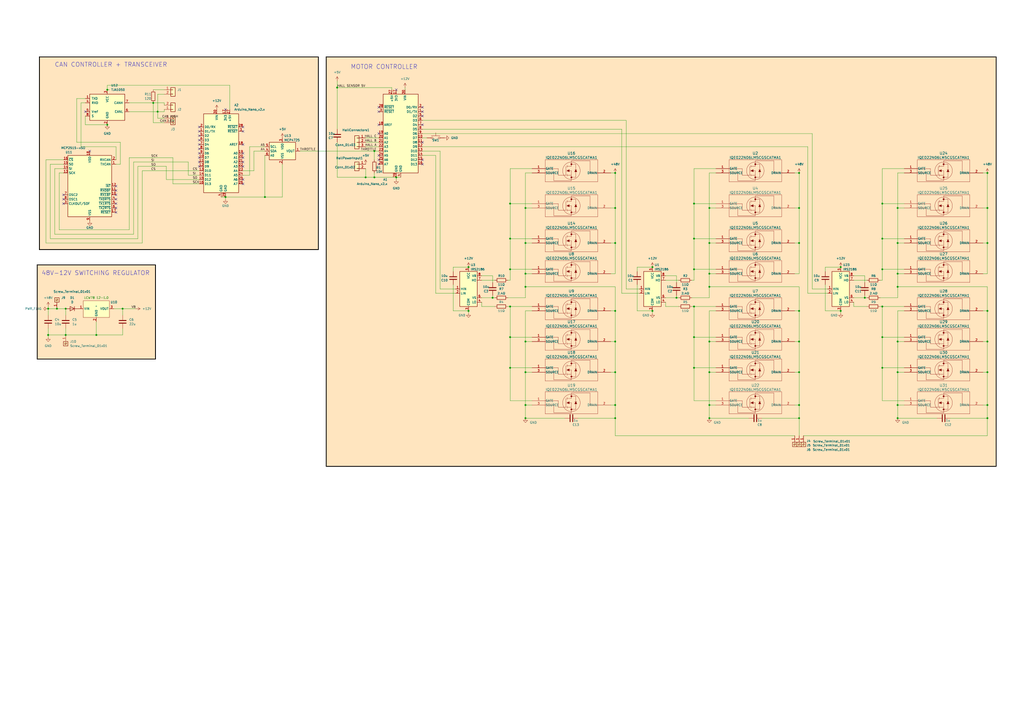
<source format=kicad_sch>
(kicad_sch (version 20231120) (generator "eeschema") (generator_version "8.0")
  (paper "A2")
  (title_block (title "URBAN MOTOR CONTROLLER") (company "UBC SUPERMILEAGE"))
  (junction (at 62.23 72.39))
  (junction (at 572.77 234.95))
  (junction (at 402.59 156.21))
  (junction (at 55.88 194.31))
  (junction (at 511.81 213.36))
  (junction (at 487.68 180.34))
  (junction (at 304.8 242.57))
  (junction (at 402.59 177.8))
  (junction (at 304.8 120.65))
  (junction (at 130.81 114.3))
  (junction (at 38.1 179.07))
  (junction (at 295.91 195.58))
  (junction (at 411.48 158.75))
  (junction (at 520.7 120.65))
  (junction (at 411.48 120.65))
  (junction (at 411.48 242.57))
  (junction (at 572.77 100.33))
  (junction (at 572.77 120.65))
  (junction (at 572.77 140.97))
  (junction (at 71.12 179.07))
  (junction (at 572.77 180.34))
  (junction (at 295.91 138.43))
  (junction (at 402.59 195.58))
  (junction (at 295.91 177.8))
  (junction (at 271.78 180.34))
  (junction (at 572.77 215.9))
  (junction (at 62.23 52.07))
  (junction (at 463.55 120.65))
  (junction (at 88.9 59.69))
  (junction (at 304.8 158.75))
  (junction (at 356.87 198.12))
  (junction (at 520.7 198.12))
  (junction (at 501.65 172.72))
  (junction (at 212.09 102.87))
  (junction (at 356.87 140.97))
  (junction (at 295.91 213.36))
  (junction (at 520.7 215.9))
  (junction (at 463.55 234.95))
  (junction (at 572.77 242.57))
  (junction (at 463.55 198.12))
  (junction (at 304.8 140.97))
  (junction (at 356.87 234.95))
  (junction (at 33.02 179.07))
  (junction (at 217.17 102.87))
  (junction (at 463.55 242.57))
  (junction (at 356.87 242.57))
  (junction (at 511.81 156.21))
  (junction (at 411.48 234.95))
  (junction (at 271.78 154.94))
  (junction (at 411.48 166.37))
  (junction (at 402.59 213.36))
  (junction (at 356.87 120.65))
  (junction (at 304.8 198.12))
  (junction (at 411.48 198.12))
  (junction (at 356.87 180.34))
  (junction (at 195.58 50.8))
  (junction (at 304.8 215.9))
  (junction (at 402.59 118.11))
  (junction (at 402.59 138.43))
  (junction (at 572.77 198.12))
  (junction (at 38.1 194.31))
  (junction (at 27.94 179.07))
  (junction (at 411.48 140.97))
  (junction (at 91.44 64.77))
  (junction (at 217.17 87.63))
  (junction (at 411.48 215.9))
  (junction (at 356.87 100.33))
  (junction (at 520.7 242.57))
  (junction (at 295.91 118.11))
  (junction (at 285.75 172.72))
  (junction (at 463.55 140.97))
  (junction (at 520.7 158.75))
  (junction (at 304.8 234.95))
  (junction (at 378.46 154.94))
  (junction (at 463.55 215.9))
  (junction (at 487.68 154.94))
  (junction (at 511.81 138.43))
  (junction (at 304.8 166.37))
  (junction (at 520.7 166.37))
  (junction (at 520.7 140.97))
  (junction (at 27.94 194.31))
  (junction (at 511.81 195.58))
  (junction (at 520.7 234.95))
  (junction (at 295.91 156.21))
  (junction (at 463.55 180.34))
  (junction (at 378.46 180.34))
  (junction (at 392.43 172.72))
  (junction (at 463.55 100.33))
  (junction (at 511.81 118.11))
  (junction (at 229.87 102.87))
  (junction (at 153.67 114.3))
  (junction (at 511.81 177.8))
  (junction (at 356.87 215.9))
  (no_connect (at 229.87 52.07))
  (no_connect (at 219.71 64.77))
  (no_connect (at 140.97 73.66))
  (no_connect (at 219.71 72.39))
  (no_connect (at 67.31 123.19))
  (no_connect (at 140.97 106.68))
  (no_connect (at 245.11 67.31))
  (no_connect (at 115.57 83.82))
  (no_connect (at 245.11 72.39))
  (no_connect (at 36.83 113.03))
  (no_connect (at 245.11 62.23))
  (no_connect (at 115.57 73.66))
  (no_connect (at 67.31 118.11))
  (no_connect (at 140.97 96.52))
  (no_connect (at 245.11 64.77))
  (no_connect (at 36.83 118.11))
  (no_connect (at 52.07 87.63))
  (no_connect (at 140.97 76.2))
  (no_connect (at 67.31 113.03))
  (no_connect (at 115.57 96.52))
  (no_connect (at 140.97 83.82))
  (no_connect (at 115.57 88.9))
  (no_connect (at 219.71 77.47))
  (no_connect (at 115.57 91.44))
  (no_connect (at 67.31 120.65))
  (no_connect (at 245.11 82.55))
  (no_connect (at 36.83 115.57))
  (no_connect (at 67.31 115.57))
  (no_connect (at 219.71 62.23))
  (no_connect (at 245.11 95.25))
  (no_connect (at 140.97 93.98))
  (no_connect (at 245.11 92.71))
  (no_connect (at 115.57 86.36))
  (no_connect (at 140.97 104.14))
  (no_connect (at 140.97 88.9))
  (no_connect (at 115.57 78.74))
  (no_connect (at 140.97 91.44))
  (no_connect (at 219.71 92.71))
  (no_connect (at 130.81 63.5))
  (no_connect (at 115.57 93.98))
  (no_connect (at 115.57 76.2))
  (no_connect (at 49.53 64.77))
  (no_connect (at 67.31 107.95))
  (no_connect (at 219.71 95.25))
  (no_connect (at 115.57 81.28))
  (no_connect (at 67.31 110.49))
  (no_connect (at 219.71 90.17))
  (wire (pts (xy 304.8 120.65) (xy 304.8 140.97)))
  (wire (pts (xy 501.65 171.45) (xy 501.65 172.72)))
  (wire (pts (xy 294.64 177.8) (xy 295.91 177.8)))
  (wire (pts (xy 62.23 52.07) (xy 63.5 52.07)))
  (wire (pts (xy 463.55 140.97) (xy 461.01 140.97)))
  (wire (pts (xy 511.81 213.36) (xy 524.51 213.36)))
  (wire (pts (xy 411.48 180.34) (xy 411.48 198.12)))
  (wire (pts (xy 304.8 215.9) (xy 308.61 215.9)))
  (wire (pts (xy 262.89 165.1) (xy 262.89 180.34)))
  (wire (pts (xy 510.54 177.8) (xy 511.81 177.8)))
  (wire (pts (xy 285.75 172.72) (xy 279.4 172.72)))
  (wire (pts (xy 520.7 198.12) (xy 520.7 215.9)))
  (wire (pts (xy 511.81 177.8) (xy 524.51 177.8)))
  (wire (pts (xy 356.87 100.33) (xy 356.87 120.65)))
  (wire (pts (xy 195.58 82.55) (xy 195.58 102.87)))
  (wire (pts (xy 44.45 57.15) (xy 49.53 57.15)))
  (wire (pts (xy 402.59 97.79) (xy 415.29 97.79)))
  (wire (pts (xy 34.29 100.33) (xy 34.29 133.35)))
  (wire (pts (xy 378.46 181.61) (xy 378.46 180.34)))
  (wire (pts (xy 411.48 242.57) (xy 434.34 242.57)))
  (wire (pts (xy 570.23 234.95) (xy 572.77 234.95)))
  (wire (pts (xy 26.67 140.97) (xy 82.55 140.97)))
  (wire (pts (xy 38.1 182.88) (xy 38.1 179.07)))
  (wire (pts (xy 463.55 120.65) (xy 463.55 140.97)))
  (wire (pts (xy 91.44 68.58) (xy 95.25 68.58)))
  (wire (pts (xy 570.23 198.12) (xy 572.77 198.12)))
  (wire (pts (xy 411.48 158.75) (xy 411.48 166.37)))
  (wire (pts (xy 411.48 140.97) (xy 415.29 140.97)))
  (wire (pts (xy 441.96 242.57) (xy 463.55 242.57)))
  (wire (pts (xy 133.35 49.53) (xy 133.35 63.5)))
  (wire (pts (xy 402.59 213.36) (xy 402.59 232.41)))
  (wire (pts (xy 369.57 157.48) (xy 369.57 154.94)))
  (wire (pts (xy 392.43 160.02) (xy 392.43 163.83)))
  (wire (pts (xy 572.77 100.33) (xy 570.23 100.33)))
  (wire (pts (xy 69.85 82.55) (xy 44.45 82.55)))
  (wire (pts (xy 217.17 87.63) (xy 217.17 92.71)))
  (wire (pts (xy 356.87 215.9) (xy 356.87 234.95)))
  (wire (pts (xy 520.7 234.95) (xy 520.7 242.57)))
  (wire (pts (xy 402.59 177.8) (xy 402.59 195.58)))
  (wire (pts (xy 304.8 234.95) (xy 308.61 234.95)))
  (wire (pts (xy 295.91 213.36) (xy 295.91 232.41)))
  (wire (pts (xy 304.8 158.75) (xy 304.8 166.37)))
  (wire (pts (xy 386.08 175.26) (xy 386.08 177.8)))
  (wire (pts (xy 74.93 133.35) (xy 74.93 91.44)))
  (wire (pts (xy 501.65 172.72) (xy 502.92 172.72)))
  (wire (pts (xy 511.81 177.8) (xy 511.81 195.58)))
  (wire (pts (xy 262.89 154.94) (xy 271.78 154.94)))
  (wire (pts (xy 147.32 99.06) (xy 147.32 87.63)))
  (wire (pts (xy 572.77 180.34) (xy 570.23 180.34)))
  (wire (pts (xy 95.25 63.5) (xy 95.25 64.77)))
  (wire (pts (xy 71.12 179.07) (xy 78.74 179.07)))
  (wire (pts (xy 411.48 198.12) (xy 415.29 198.12)))
  (wire (pts (xy 471.17 77.47) (xy 245.11 77.47)))
  (wire (pts (xy 245.11 90.17) (xy 252.73 90.17)))
  (wire (pts (xy 402.59 118.11) (xy 402.59 138.43)))
  (wire (pts (xy 471.17 77.47) (xy 471.17 167.64)))
  (wire (pts (xy 478.79 180.34) (xy 487.68 180.34)))
  (wire (pts (xy 520.7 198.12) (xy 524.51 198.12)))
  (wire (pts (xy 511.81 213.36) (xy 511.81 232.41)))
  (wire (pts (xy 411.48 120.65) (xy 411.48 140.97)))
  (wire (pts (xy 95.25 54.61) (xy 91.44 54.61)))
  (wire (pts (xy 71.12 179.07) (xy 71.12 182.88)))
  (wire (pts (xy 411.48 215.9) (xy 415.29 215.9)))
  (wire (pts (xy 402.59 177.8) (xy 415.29 177.8)))
  (wire (pts (xy 173.99 87.63) (xy 217.17 87.63)))
  (wire (pts (xy 478.79 157.48) (xy 478.79 154.94)))
  (wire (pts (xy 402.59 156.21) (xy 402.59 162.56)))
  (wire (pts (xy 33.02 179.07) (xy 38.1 179.07)))
  (wire (pts (xy 304.8 100.33) (xy 304.8 120.65)))
  (wire (pts (xy 49.53 67.31) (xy 49.53 72.39)))
  (wire (pts (xy 285.75 160.02) (xy 285.75 163.83)))
  (wire (pts (xy 27.94 182.88) (xy 27.94 179.07)))
  (wire (pts (xy 229.87 102.87) (xy 232.41 102.87)))
  (wire (pts (xy 511.81 97.79) (xy 524.51 97.79)))
  (wire (pts (xy 551.18 242.57) (xy 572.77 242.57)))
  (wire (pts (xy 195.58 50.8) (xy 195.58 74.93)))
  (wire (pts (xy 279.4 175.26) (xy 279.4 177.8)))
  (wire (pts (xy 69.85 95.25) (xy 69.85 82.55)))
  (wire (pts (xy 478.79 165.1) (xy 478.79 180.34)))
  (wire (pts (xy 402.59 118.11) (xy 415.29 118.11)))
  (wire (pts (xy 510.54 162.56) (xy 511.81 162.56)))
  (wire (pts (xy 478.79 154.94) (xy 487.68 154.94)))
  (wire (pts (xy 31.75 135.89) (xy 31.75 97.79)))
  (wire (pts (xy 234.95 50.8) (xy 234.95 52.07)))
  (wire (pts (xy 360.68 170.18) (xy 370.84 170.18)))
  (wire (pts (xy 31.75 97.79) (xy 36.83 97.79)))
  (wire (pts (xy 468.63 85.09) (xy 468.63 170.18)))
  (wire (pts (xy 356.87 120.65) (xy 354.33 120.65)))
  (wire (pts (xy 511.81 195.58) (xy 511.81 213.36)))
  (wire (pts (xy 147.32 87.63) (xy 153.67 87.63)))
  (wire (pts (xy 163.83 114.3) (xy 153.67 114.3)))
  (wire (pts (xy 95.25 60.96) (xy 95.25 59.69)))
  (wire (pts (xy 402.59 195.58) (xy 402.59 213.36)))
  (wire (pts (xy 572.77 120.65) (xy 570.23 120.65)))
  (wire (pts (xy 163.83 95.25) (xy 163.83 114.3)))
  (wire (pts (xy 402.59 195.58) (xy 415.29 195.58)))
  (wire (pts (xy 360.68 74.93) (xy 245.11 74.93)))
  (wire (pts (xy 411.48 234.95) (xy 411.48 242.57)))
  (wire (pts (xy 27.94 179.07) (xy 33.02 179.07)))
  (wire (pts (xy 411.48 166.37) (xy 463.55 166.37)))
  (wire (pts (xy 495.3 162.56) (xy 502.92 162.56)))
  (wire (pts (xy 495.3 175.26) (xy 495.3 177.8)))
  (wire (pts (xy 295.91 97.79) (xy 295.91 118.11)))
  (wire (pts (xy 402.59 156.21) (xy 415.29 156.21)))
  (wire (pts (xy 401.32 162.56) (xy 402.59 162.56)))
  (wire (pts (xy 71.12 190.5) (xy 71.12 194.31)))
  (wire (pts (xy 468.63 170.18) (xy 480.06 170.18)))
  (wire (pts (xy 27.94 179.07) (xy 27.94 177.8)))
  (wire (pts (xy 402.59 97.79) (xy 402.59 118.11)))
  (wire (pts (xy 96.52 96.52) (xy 96.52 104.14)))
  (wire (pts (xy 520.7 100.33) (xy 520.7 120.65)))
  (wire (pts (xy 511.81 156.21) (xy 524.51 156.21)))
  (wire (pts (xy 252.73 90.17) (xy 252.73 170.18)))
  (wire (pts (xy 572.77 166.37) (xy 572.77 180.34)))
  (wire (pts (xy 62.23 49.53) (xy 133.35 49.53)))
  (wire (pts (xy 524.51 232.41) (xy 511.81 232.41)))
  (wire (pts (xy 495.3 177.8) (xy 502.92 177.8)))
  (wire (pts (xy 304.8 198.12) (xy 304.8 215.9)))
  (wire (pts (xy 26.67 92.71) (xy 26.67 140.97)))
  (wire (pts (xy 130.81 114.3) (xy 130.81 115.57)))
  (wire (pts (xy 463.55 180.34) (xy 463.55 198.12)))
  (wire (pts (xy 304.8 180.34) (xy 304.8 198.12)))
  (wire (pts (xy 95.25 59.69) (xy 88.9 59.69)))
  (wire (pts (xy 109.22 101.6) (xy 115.57 101.6)))
  (wire (pts (xy 356.87 242.57) (xy 356.87 252.73)))
  (wire (pts (xy 463.55 158.75) (xy 461.01 158.75)))
  (wire (pts (xy 88.9 71.12) (xy 88.9 59.69)))
  (wire (pts (xy 295.91 156.21) (xy 308.61 156.21)))
  (wire (pts (xy 520.7 166.37) (xy 520.7 172.72)))
  (wire (pts (xy 295.91 156.21) (xy 295.91 162.56)))
  (wire (pts (xy 212.09 85.09) (xy 219.71 85.09)))
  (wire (pts (xy 195.58 46.99) (xy 195.58 50.8)))
  (wire (pts (xy 304.8 166.37) (xy 356.87 166.37)))
  (wire (pts (xy 95.25 71.12) (xy 88.9 71.12)))
  (wire (pts (xy 26.67 92.71) (xy 36.83 92.71)))
  (wire (pts (xy 304.8 166.37) (xy 304.8 172.72)))
  (wire (pts (xy 279.4 162.56) (xy 287.02 162.56)))
  (wire (pts (xy 369.57 165.1) (xy 369.57 180.34)))
  (wire (pts (xy 245.11 85.09) (xy 468.63 85.09)))
  (wire (pts (xy 217.17 102.87) (xy 229.87 102.87)))
  (wire (pts (xy 520.7 158.75) (xy 520.7 166.37)))
  (wire (pts (xy 356.87 180.34) (xy 354.33 180.34)))
  (wire (pts (xy 252.73 170.18) (xy 264.16 170.18)))
  (wire (pts (xy 217.17 102.87) (xy 217.17 100.33)))
  (wire (pts (xy 44.45 82.55) (xy 44.45 57.15)))
  (wire (pts (xy 463.55 140.97) (xy 463.55 158.75)))
  (wire (pts (xy 295.91 177.8) (xy 295.91 195.58)))
  (wire (pts (xy 386.08 162.56) (xy 393.7 162.56)))
  (wire (pts (xy 411.48 158.75) (xy 415.29 158.75)))
  (wire (pts (xy 461.01 198.12) (xy 463.55 198.12)))
  (wire (pts (xy 461.01 234.95) (xy 463.55 234.95)))
  (wire (pts (xy 304.8 158.75) (xy 308.61 158.75)))
  (wire (pts (xy 71.12 194.31) (xy 55.88 194.31)))
  (wire (pts (xy 402.59 138.43) (xy 415.29 138.43)))
  (wire (pts (xy 570.23 215.9) (xy 572.77 215.9)))
  (wire (pts (xy 36.83 100.33) (xy 34.29 100.33)))
  (wire (pts (xy 80.01 96.52) (xy 96.52 96.52)))
  (wire (pts (xy 294.64 162.56) (xy 295.91 162.56)))
  (wire (pts (xy 77.47 93.98) (xy 109.22 93.98)))
  (wire (pts (xy 572.77 100.33) (xy 572.77 120.65)))
  (wire (pts (xy 356.87 140.97) (xy 354.33 140.97)))
  (wire (pts (xy 511.81 97.79) (xy 511.81 118.11)))
  (wire (pts (xy 91.44 54.61) (xy 91.44 64.77)))
  (wire (pts (xy 463.55 234.95) (xy 463.55 242.57)))
  (wire (pts (xy 461.01 215.9) (xy 463.55 215.9)))
  (wire (pts (xy 520.7 100.33) (xy 524.51 100.33)))
  (wire (pts (xy 295.91 118.11) (xy 295.91 138.43)))
  (wire (pts (xy 27.94 194.31) (xy 38.1 194.31)))
  (wire (pts (xy 463.55 120.65) (xy 461.01 120.65)))
  (wire (pts (xy 511.81 138.43) (xy 511.81 156.21)))
  (wire (pts (xy 335.28 242.57) (xy 356.87 242.57)))
  (wire (pts (xy 279.4 177.8) (xy 287.02 177.8)))
  (wire (pts (xy 212.09 82.55) (xy 219.71 82.55)))
  (wire (pts (xy 386.08 160.02) (xy 392.43 160.02)))
  (wire (pts (xy 38.1 194.31) (xy 38.1 190.5)))
  (wire (pts (xy 285.75 171.45) (xy 285.75 172.72)))
  (wire (pts (xy 304.8 234.95) (xy 304.8 242.57)))
  (wire (pts (xy 471.17 167.64) (xy 480.06 167.64)))
  (wire (pts (xy 411.48 140.97) (xy 411.48 158.75)))
  (wire (pts (xy 212.09 97.79) (xy 212.09 102.87)))
  (wire (pts (xy 572.77 242.57) (xy 572.77 252.73)))
  (wire (pts (xy 411.48 234.95) (xy 415.29 234.95)))
  (wire (pts (xy 392.43 172.72) (xy 386.08 172.72)))
  (wire (pts (xy 392.43 172.72) (xy 393.7 172.72)))
  (wire (pts (xy 463.55 100.33) (xy 463.55 120.65)))
  (wire (pts (xy 572.77 215.9) (xy 572.77 234.95)))
  (wire (pts (xy 295.91 118.11) (xy 308.61 118.11)))
  (wire (pts (xy 411.48 180.34) (xy 415.29 180.34)))
  (wire (pts (xy 96.52 104.14) (xy 115.57 104.14)))
  (wire (pts (xy 67.31 95.25) (xy 69.85 95.25)))
  (wire (pts (xy 511.81 118.11) (xy 524.51 118.11)))
  (wire (pts (xy 356.87 166.37) (xy 356.87 180.34)))
  (wire (pts (xy 245.11 87.63) (xy 255.27 87.63)))
  (wire (pts (xy 304.8 100.33) (xy 308.61 100.33)))
  (wire (pts (xy 82.55 140.97) (xy 82.55 99.06)))
  (wire (pts (xy 66.04 179.07) (xy 71.12 179.07)))
  (wire (pts (xy 510.54 172.72) (xy 520.7 172.72)))
  (wire (pts (xy 74.93 91.44) (xy 100.33 91.44)))
  (wire (pts (xy 354.33 234.95) (xy 356.87 234.95)))
  (wire (pts (xy 255.27 87.63) (xy 255.27 167.64)))
  (wire (pts (xy 295.91 195.58) (xy 308.61 195.58)))
  (wire (pts (xy 195.58 50.8) (xy 227.33 50.8)))
  (wire (pts (xy 572.77 180.34) (xy 572.77 198.12)))
  (wire (pts (xy 195.58 102.87) (xy 212.09 102.87)))
  (wire (pts (xy 520.7 242.57) (xy 543.56 242.57)))
  (wire (pts (xy 304.8 140.97) (xy 308.61 140.97)))
  (wire (pts (xy 247.65 80.01) (xy 245.11 80.01)))
  (wire (pts (xy 463.55 242.57) (xy 463.55 252.73)))
  (wire (pts (xy 62.23 52.07) (xy 62.23 49.53)))
  (wire (pts (xy 29.21 138.43) (xy 80.01 138.43)))
  (wire (pts (xy 520.7 140.97) (xy 524.51 140.97)))
  (wire (pts (xy 285.75 172.72) (xy 287.02 172.72)))
  (wire (pts (xy 100.33 91.44) (xy 100.33 106.68)))
  (wire (pts (xy 74.93 59.69) (xy 88.9 59.69)))
  (wire (pts (xy 572.77 234.95) (xy 572.77 242.57)))
  (wire (pts (xy 262.89 180.34) (xy 271.78 180.34)))
  (wire (pts (xy 495.3 160.02) (xy 501.65 160.02)))
  (wire (pts (xy 304.8 215.9) (xy 304.8 234.95)))
  (wire (pts (xy 279.4 160.02) (xy 285.75 160.02)))
  (wire (pts (xy 227.33 50.8) (xy 227.33 52.07)))
  (wire (pts (xy 463.55 180.34) (xy 461.01 180.34)))
  (wire (pts (xy 572.77 140.97) (xy 570.23 140.97)))
  (wire (pts (xy 356.87 234.95) (xy 356.87 242.57)))
  (wire (pts (xy 520.7 215.9) (xy 520.7 234.95)))
  (wire (pts (xy 67.31 92.71) (xy 67.31 85.09)))
  (wire (pts (xy 27.94 194.31) (xy 27.94 190.5)))
  (wire (pts (xy 411.48 100.33) (xy 411.48 120.65)))
  (wire (pts (xy 411.48 166.37) (xy 411.48 172.72)))
  (wire (pts (xy 511.81 156.21) (xy 511.81 162.56)))
  (wire (pts (xy 401.32 177.8) (xy 402.59 177.8)))
  (wire (pts (xy 80.01 138.43) (xy 80.01 96.52)))
  (wire (pts (xy 153.67 90.17) (xy 153.67 114.3)))
  (wire (pts (xy 295.91 177.8) (xy 308.61 177.8)))
  (wire (pts (xy 295.91 97.79) (xy 308.61 97.79)))
  (wire (pts (xy 31.75 135.89) (xy 77.47 135.89)))
  (wire (pts (xy 572.77 158.75) (xy 570.23 158.75)))
  (wire (pts (xy 520.7 120.65) (xy 524.51 120.65)))
  (wire (pts (xy 271.78 181.61) (xy 271.78 180.34)))
  (wire (pts (xy 212.09 80.01) (xy 219.71 80.01)))
  (wire (pts (xy 511.81 118.11) (xy 511.81 138.43)))
  (wire (pts (xy 369.57 154.94) (xy 378.46 154.94)))
  (wire (pts (xy 520.7 180.34) (xy 520.7 198.12)))
  (wire (pts (xy 363.22 167.64) (xy 363.22 69.85)))
  (wire (pts (xy 411.48 215.9) (xy 411.48 234.95)))
  (wire (pts (xy 572.77 140.97) (xy 572.77 158.75)))
  (wire (pts (xy 356.87 180.34) (xy 356.87 198.12)))
  (wire (pts (xy 520.7 234.95) (xy 524.51 234.95)))
  (wire (pts (xy 212.09 102.87) (xy 217.17 102.87)))
  (wire (pts (xy 411.48 198.12) (xy 411.48 215.9)))
  (wire (pts (xy 67.31 85.09) (xy 46.99 85.09)))
  (wire (pts (xy 363.22 167.64) (xy 370.84 167.64)))
  (wire (pts (xy 520.7 140.97) (xy 520.7 158.75)))
  (wire (pts (xy 144.78 85.09) (xy 144.78 101.6)))
  (wire (pts (xy 411.48 100.33) (xy 415.29 100.33)))
  (wire (pts (xy 520.7 158.75) (xy 524.51 158.75)))
  (wire (pts (xy 304.8 120.65) (xy 308.61 120.65)))
  (wire (pts (xy 511.81 195.58) (xy 524.51 195.58)))
  (wire (pts (xy 572.77 120.65) (xy 572.77 140.97)))
  (wire (pts (xy 520.7 166.37) (xy 572.77 166.37)))
  (wire (pts (xy 304.8 242.57) (xy 327.66 242.57)))
  (wire (pts (xy 144.78 101.6) (xy 140.97 101.6)))
  (wire (pts (xy 520.7 215.9) (xy 524.51 215.9)))
  (wire (pts (xy 463.55 100.33) (xy 461.01 100.33)))
  (wire (pts (xy 356.87 158.75) (xy 354.33 158.75)))
  (wire (pts (xy 360.68 74.93) (xy 360.68 170.18)))
  (wire (pts (xy 74.93 64.77) (xy 91.44 64.77)))
  (wire (pts (xy 354.33 215.9) (xy 356.87 215.9)))
  (wire (pts (xy 128.27 114.3) (xy 130.81 114.3)))
  (wire (pts (xy 369.57 180.34) (xy 378.46 180.34)))
  (wire (pts (xy 356.87 120.65) (xy 356.87 140.97)))
  (wire (pts (xy 354.33 198.12) (xy 356.87 198.12)))
  (wire (pts (xy 295.91 138.43) (xy 308.61 138.43)))
  (wire (pts (xy 36.83 95.25) (xy 29.21 95.25)))
  (wire (pts (xy 415.29 232.41) (xy 402.59 232.41)))
  (wire (pts (xy 308.61 232.41) (xy 295.91 232.41)))
  (wire (pts (xy 402.59 213.36) (xy 415.29 213.36)))
  (wire (pts (xy 55.88 186.69) (xy 55.88 194.31)))
  (wire (pts (xy 363.22 69.85) (xy 245.11 69.85)))
  (wire (pts (xy 304.8 180.34) (xy 308.61 180.34)))
  (wire (pts (xy 511.81 138.43) (xy 524.51 138.43)))
  (wire (pts (xy 304.8 198.12) (xy 308.61 198.12)))
  (wire (pts (xy 46.99 59.69) (xy 49.53 59.69)))
  (wire (pts (xy 27.94 194.31) (xy 27.94 195.58)))
  (wire (pts (xy 295.91 213.36) (xy 308.61 213.36)))
  (wire (pts (xy 91.44 64.77) (xy 95.25 64.77)))
  (wire (pts (xy 520.7 120.65) (xy 520.7 140.97)))
  (wire (pts (xy 295.91 138.43) (xy 295.91 156.21)))
  (wire (pts (xy 501.65 160.02) (xy 501.65 163.83)))
  (wire (pts (xy 49.53 72.39) (xy 62.23 72.39)))
  (wire (pts (xy 304.8 140.97) (xy 304.8 158.75)))
  (wire (pts (xy 386.08 177.8) (xy 393.7 177.8)))
  (wire (pts (xy 88.9 52.07) (xy 95.25 52.07)))
  (wire (pts (xy 401.32 172.72) (xy 411.48 172.72)))
  (wire (pts (xy 463.55 215.9) (xy 463.55 234.95)))
  (wire (pts (xy 572.77 198.12) (xy 572.77 215.9)))
  (wire (pts (xy 356.87 252.73) (xy 461.01 252.73)))
  (wire (pts (xy 255.27 167.64) (xy 264.16 167.64)))
  (wire (pts (xy 463.55 198.12) (xy 463.55 215.9)))
  (wire (pts (xy 144.78 85.09) (xy 153.67 85.09)))
  (wire (pts (xy 217.17 87.63) (xy 219.71 87.63)))
  (wire (pts (xy 38.1 194.31) (xy 55.88 194.31)))
  (wire (pts (xy 29.21 95.25) (xy 29.21 138.43)))
  (wire (pts (xy 109.22 93.98) (xy 109.22 101.6)))
  (wire (pts (xy 100.33 106.68) (xy 115.57 106.68)))
  (wire (pts (xy 402.59 138.43) (xy 402.59 156.21)))
  (wire (pts (xy 77.47 135.89) (xy 77.47 93.98)))
  (wire (pts (xy 411.48 120.65) (xy 415.29 120.65)))
  (wire (pts (xy 392.43 171.45) (xy 392.43 172.72)))
  (wire (pts (xy 356.87 100.33) (xy 354.33 100.33)))
  (wire (pts (xy 487.68 181.61) (xy 487.68 180.34)))
  (wire (pts (xy 46.99 85.09) (xy 46.99 59.69)))
  (wire (pts (xy 82.55 99.06) (xy 115.57 99.06)))
  (wire (pts (xy 140.97 99.06) (xy 147.32 99.06)))
  (wire (pts (xy 130.81 114.3) (xy 153.67 114.3)))
  (wire (pts (xy 295.91 195.58) (xy 295.91 213.36)))
  (wire (pts (xy 520.7 180.34) (xy 524.51 180.34)))
  (wire (pts (xy 356.87 198.12) (xy 356.87 215.9)))
  (wire (pts (xy 463.55 166.37) (xy 463.55 180.34)))
  (wire (pts (xy 501.65 172.72) (xy 495.3 172.72)))
  (wire (pts (xy 229.87 104.14) (xy 229.87 102.87)))
  (wire (pts (xy 294.64 172.72) (xy 304.8 172.72)))
  (wire (pts (xy 466.09 252.73) (xy 572.77 252.73)))
  (wire (pts (xy 262.89 157.48) (xy 262.89 154.94)))
  (wire (pts (xy 91.44 68.58) (xy 91.44 64.77)))
  (wire (pts (xy 34.29 133.35) (xy 74.93 133.35)))
  (wire (pts (xy 356.87 140.97) (xy 356.87 158.75)))
  (rectangle (start 21.59 153.67) (end 90.17 208.28) (stroke (width 0.5) (color 0 0 0 1)) (fill (type color) (color 255 229 191 1)))
  (rectangle (start 22.86 33.02) (end 184.658 144.78) (stroke (width 0.5) (color 0 0 0 1)) (fill (type color) (color 255 229 191 1)))
  (rectangle (start 189.23 33.02) (end 577.85 270.51) (stroke (width 0.5) (color 0 0 0 1)) (fill (type color) (color 255 229 191 1)))
  (text "48V-12V SWITCHING REGULATOR" (at 24.13 160.02 0) (effects (font (size 2.54 2.54)) (justify left bottom)))
  (text "CAN CONTROLLER + TRANSCEIVER" (at 31.75 39.116 0) (effects (font (size 2.54 2.54)) (justify left bottom)))
  (text "MOTOR CONTROLLER" (at 203.454 40.386 0) (effects (font (size 2.54 2.54)) (justify left bottom)))
  (label "CAN LOW" (at 92.71 71.12 0))
  (label "HALL A" (at 218.44 85.09 180))
  (label "A5" (at 151.13 85.09 0))
  (label "SCK" (at 111.76 106.68 0))
  (label "HALL C" (at 218.44 80.01 180))
  (label "SI" (at 87.63 93.98 0))
  (label "HALL SENSOR 5V" (at 195.58 50.8 0))
  (label "A4" (at 151.13 87.63 0))
  (label "THROTTLE" (at 218.44 87.63 180))
  (label "THROTTLE" (at 173.99 87.63 0))
  (label "CAN HIGH" (at 93.98 68.58 0))
  (label "SCK" (at 87.63 91.44 0))
  (label "SI" (at 111.76 101.6 0))
  (label "CS" (at 111.76 99.06 0))
  (label "SO" (at 111.76 104.14 0))
  (label "SO" (at 87.63 96.52 0))
  (label "VB" (at 76.2 179.07 0))
  (label "CS" (at 87.63 99.06 0))
  (label "HALL B" (at 218.44 82.55 180))
  (symbol (lib_id "Device:R") (at 506.73 172.72 90) (unit 1)
    (property "Reference" "R8" (at 506.73 167.64 90))
    (property "Value" "2.4Ω" (at 506.73 170.18 90))
    (property "Footprint" "Resistor_SMD:R_0603_1608Metric" (effects (hide yes)))
    (property "Datasheet" "https://www.digikey.ca/en/products/detail/panasonic-electronic-components/ERJ-3GEYJ2R4V/282120" (effects (hide yes)))
  )
  (symbol (lib_id "Connector_Generic:Conn_01x02") (at 100.33 52.07 0) (unit 1)
    (property "Reference" "J1" (at 102.87 52.07 0) (effects (justify left)))
    (property "Value" "Conn_01x02" (effects (hide yes)))
    (property "Footprint" "urban_mc_custom_footprints:CON_436500200_MOL" (effects (hide yes)))
    (property "Datasheet" "https://www.molex.com/content/dam/molex/molex-dot-com/products/automated/en-us/salesdrawingpdf/436/43650/436500200_sd.pdf?inline" (effects (hide yes)))
  )
  (symbol (lib_name "IRF150P220XKMA1_5") (lib_id "IRF150P220:IRF150P220XKMA1") (at 524.51 97.79 0) (unit 1)
    (property "Reference" "U24" (at 547.37 88.9 0) (effects (font (size 1.524 1.524))))
    (property "Value" "IQE022N06LM5CGSCATMA1" (at 547.37 91.44 0) (effects (font (size 1.524 1.524))))
    (property "Footprint" "urban_mc_custom_footprints:IFX-PG-WHTFN-9-1-V" (effects (hide yes)))
    (property "Datasheet" "https://www.infineon.com/dgdl/Infineon-IQE022N06LM5CGSC-DataSheet-v02_00-EN.pdf?fileId=8ac78c8c85ecb34701866d7ad6fd51c1" (effects (hide yes)))
  )
  (symbol (lib_id "power:GND") (at 27.94 195.58 0) (unit 1)
    (property "Reference" "#PWR08" (effects (hide yes)))
    (property "Value" "GND" (at 27.94 200.66 0))
  )
  (symbol (lib_id "power:GND") (at 257.81 80.01 90) (unit 1)
    (property "Reference" "#PWR06" (effects (hide yes)))
    (property "Value" "GND" (at 261.62 80.01 90) (effects (justify right)))
  )
  (symbol (lib_id "power:GND") (at 304.8 242.57 0) (unit 1)
    (property "Reference" "#PWR017" (effects (hide yes)))
    (property "Value" "GND" (at 307.34 245.11 0) (effects (justify left)))
  )
  (symbol (lib_id "Switch:SW_Push") (at 252.73 80.01 0) (unit 1)
    (property "Reference" "SW1" (at 252.73 81.28 0))
    (property "Value" "SW_Push" (effects (hide yes)))
    (property "Footprint" "Button_Switch_THT:SW_PUSH_6mm" (effects (hide yes)))
    (property "Datasheet" "https://omronfs.omron.com/en_US/ecb/products/pdf/en-b3f.pdf" (effects (hide yes)))
  )
  (symbol (lib_id "Device:C") (at 195.58 78.74 0) (unit 1)
    (property "Reference" "C7" (at 190.5 80.01 0) (effects (justify left)))
    (property "Value" "10u" (at 190.5 77.47 0) (effects (justify left)))
    (property "Footprint" "Capacitor_SMD:C_0805_2012Metric" (effects (hide yes)))
    (property "Datasheet" "https://mm.digikey.com/Volume0/opasdata/d220001/medias/docus/609/CL21A106KOQNNNE_Spec.pdf" (effects (hide yes)))
  )
  (symbol (lib_id "IRF150P220:IRF150P220XKMA1") (at 415.29 195.58 0) (unit 1)
    (property "Reference" "U20" (at 438.15 186.69 0) (effects (font (size 1.524 1.524))))
    (property "Value" "IQE022N06LM5CGSCATMA1" (at 438.15 189.23 0) (effects (font (size 1.524 1.524))))
    (property "Footprint" "urban_mc_custom_footprints:IFX-PG-WHTFN-9-1-V" (effects (hide yes)))
    (property "Datasheet" "https://www.infineon.com/dgdl/Infineon-IQE022N06LM5CGSC-DataSheet-v02_00-EN.pdf?fileId=8ac78c8c85ecb34701866d7ad6fd51c1" (effects (hide yes)))
  )
  (symbol (lib_id "Connector_Generic:Conn_01x02") (at 207.01 95.25 0) (mirror y) (unit 1)
    (property "Reference" "HallPowerInput1" (at 202.692 91.694 0))
    (property "Value" "Conn_01x02" (at 200.152 97.028 0))
    (property "Footprint" "urban_mc_custom_footprints:CON_436500200_MOL" (effects (hide yes)))
    (property "Datasheet" "https://www.molex.com/content/dam/molex/molex-dot-com/products/automated/en-us/salesdrawingpdf/436/43650/436500200_sd.pdf?inline" (effects (hide yes)))
    (property "Description" "Generic connector, single row, 01x02, script generated (kicad-library-utils/schlib/autogen/connector/)" (effects (hide yes)))
  )
  (symbol (lib_id "IRF150P220:IRF150P220XKMA1") (at 524.51 232.41 0) (unit 1)
    (property "Reference" "U31" (at 547.37 223.52 0) (effects (font (size 1.524 1.524))))
    (property "Value" "IQE022N06LM5CGSCATMA1" (at 547.37 226.06 0) (effects (font (size 1.524 1.524))))
    (property "Footprint" "urban_mc_custom_footprints:IFX-PG-WHTFN-9-1-V" (effects (hide yes)))
    (property "Datasheet" "https://www.infineon.com/dgdl/Infineon-IQE022N06LM5CGSC-DataSheet-v02_00-EN.pdf?fileId=8ac78c8c85ecb34701866d7ad6fd51c1" (effects (hide yes)))
  )
  (symbol (lib_id "power:+12V") (at 378.46 154.94 0) (unit 1)
    (property "Reference" "#PWR03" (effects (hide yes)))
    (property "Value" "+12V" (at 378.46 149.86 0))
  )
  (symbol (lib_id "Device:R") (at 397.51 177.8 90) (unit 1)
    (property "Reference" "R5" (at 397.51 175.26 90))
    (property "Value" "11Ω" (at 397.51 180.34 90))
    (property "Footprint" "Resistor_SMD:R_0402_1005Metric" (effects (hide yes)))
    (property "Datasheet" "https://api.pim.na.industrial.panasonic.com/file_stream/main/fileversion/1242" (effects (hide yes)))
  )
  (symbol (lib_name "IRF150P220XKMA1_5") (lib_id "IRF150P220:IRF150P220XKMA1") (at 308.61 118.11 0) (unit 1)
    (property "Reference" "U15" (at 331.47 109.22 0) (effects (font (size 1.524 1.524))))
    (property "Value" "IQE022N06LM5CGSCATMA1" (at 331.47 111.76 0) (effects (font (size 1.524 1.524))))
    (property "Footprint" "urban_mc_custom_footprints:IFX-PG-WHTFN-9-1-V" (effects (hide yes)))
    (property "Datasheet" "https://www.infineon.com/dgdl/Infineon-IQE022N06LM5CGSC-DataSheet-v02_00-EN.pdf?fileId=8ac78c8c85ecb34701866d7ad6fd51c1" (effects (hide yes)))
  )
  (symbol (lib_id "Device:C") (at 285.75 167.64 180) (unit 1)
    (property "Reference" "C3" (at 281.94 168.91 0))
    (property "Value" "10u" (at 281.94 166.37 0))
    (property "Footprint" "Capacitor_SMD:C_0805_2012Metric" (effects (hide yes)))
    (property "Datasheet" "https://mm.digikey.com/Volume0/opasdata/d220001/medias/docus/609/CL21A106KOQNNNE_Spec.pdf" (effects (hide yes)))
  )
  (symbol (lib_id "Connector:Screw_Terminal_01x01") (at 33.02 173.99 90) (unit 1)
    (property "Reference" "J9" (at 35.56 172.7199 90) (effects (justify right)))
    (property "Value" "Screw_Terminal_01x01" (at 30.988 169.164 90) (effects (justify right)))
    (property "Footprint" "urban_mc_custom_footprints:WP-SHFU_7461100" (effects (hide yes)))
    (property "Datasheet" "https://www.we-online.com/components/products/datasheet/7461100.pdf" (effects (hide yes)))
    (property "Description" "Generic screw terminal, single row, 01x01, script generated (kicad-library-utils/schlib/autogen/connector/)" (effects (hide yes)))
  )
  (symbol (lib_id "power:GND") (at 411.48 242.57 0) (unit 1)
    (property "Reference" "#PWR012" (effects (hide yes)))
    (property "Value" "GND" (at 414.02 245.11 0) (effects (justify left)))
  )
  (symbol (lib_id "MCU_Module:Arduino_Nano_v2.x") (at 128.27 88.9 0) (unit 1)
    (property "Reference" "A2" (at 135.89 60.96 0) (effects (justify left)))
    (property "Value" "Arduino_Nano_v2.x" (at 135.89 63.5 0) (effects (justify left)))
    (property "Footprint" "Module:Arduino_Nano" (effects (hide yes)))
    (property "Datasheet" "https://www.arduino.cc/en/uploads/Main/ArduinoNanoManual23.pdf" (effects (hide yes)))
  )
  (symbol (lib_id "Driver_FET:IRS2186") (at 487.68 167.64 0) (unit 1)
    (property "Reference" "U23" (at 488.95 153.67 0) (effects (justify left)))
    (property "Value" "IRS2186" (at 488.95 156.21 0) (effects (justify left)))
    (property "Footprint" "Package_SO:SOIC-8_3.9x4.9mm_P1.27mm" (effects (hide yes)))
    (property "Datasheet" "https://www.infineon.com/dgdl/irs2186pbf.pdf?fileId=5546d462533600a40153567716c427ed" (effects (hide yes)))
  )
  (symbol (lib_id "French Guy Projects:TJA1050") (at 62.23 62.23 0) (unit 1)
    (property "Reference" "U12" (at 64.4241 49.53 0) (effects (justify left)))
    (property "Value" "TJA1050" (at 64.4241 52.07 0) (effects (justify left)))
    (property "Footprint" "Package_SO:SOIC-8_3.9x4.9mm_P1.27mm" (effects (hide yes)))
    (property "Datasheet" "http://www.nxp.com/documents/data_sheet/TJA1051.pdf" (effects (hide yes)))
  )
  (symbol (lib_id "IRF150P220:IRF150P220XKMA1") (at 415.29 213.36 0) (unit 1)
    (property "Reference" "U21" (at 438.15 204.47 0) (effects (font (size 1.524 1.524))))
    (property "Value" "IQE022N06LM5CGSCATMA1" (at 438.15 207.01 0) (effects (font (size 1.524 1.524))))
    (property "Footprint" "urban_mc_custom_footprints:IFX-PG-WHTFN-9-1-V" (effects (hide yes)))
    (property "Datasheet" "https://www.infineon.com/dgdl/Infineon-IQE022N06LM5CGSC-DataSheet-v02_00-EN.pdf?fileId=8ac78c8c85ecb34701866d7ad6fd51c1" (effects (hide yes)))
  )
  (symbol (lib_name "+5V_1") (lib_id "power:+5V") (at 212.09 95.25 0) (unit 1)
    (property "Reference" "#PWR020" (effects (hide yes)))
    (property "Value" "+5V" (at 212.09 90.17 0))
    (property "Description" "Power symbol creates a global label with name \"+5V\"" (effects (hide yes)))
  )
  (symbol (lib_id "Device:C") (at 262.89 161.29 180) (unit 1)
    (property "Reference" "C10" (at 257.81 162.56 0))
    (property "Value" "10u" (at 257.81 160.02 0))
    (property "Footprint" "Capacitor_SMD:C_0805_2012Metric" (effects (hide yes)))
    (property "Datasheet" "https://mm.digikey.com/Volume0/opasdata/d220001/medias/docus/609/CL21A106KOQNNNE_Spec.pdf" (effects (hide yes)))
  )
  (symbol (lib_name "IRF150P220XKMA1_5") (lib_id "IRF150P220:IRF150P220XKMA1") (at 308.61 97.79 0) (unit 1)
    (property "Reference" "U16" (at 331.47 88.9 0) (effects (font (size 1.524 1.524))))
    (property "Value" "IQE022N06LM5CGSCATMA1" (at 331.47 91.44 0) (effects (font (size 1.524 1.524))))
    (property "Footprint" "urban_mc_custom_footprints:IFX-PG-WHTFN-9-1-V" (effects (hide yes)))
    (property "Datasheet" "https://www.infineon.com/dgdl/Infineon-IQE022N06LM5CGSC-DataSheet-v02_00-EN.pdf?fileId=8ac78c8c85ecb34701866d7ad6fd51c1" (effects (hide yes)))
  )
  (symbol (lib_id "power:+5V") (at 163.83 80.01 0) (unit 1)
    (property "Reference" "#PWR024" (effects (hide yes)))
    (property "Value" "+5V" (at 163.83 74.93 0))
  )
  (symbol (lib_id "power:+12V") (at 487.68 154.94 0) (unit 1)
    (property "Reference" "#PWR014" (effects (hide yes)))
    (property "Value" "+12V" (at 487.68 149.86 0))
  )
  (symbol (lib_id "power:GND") (at 378.46 181.61 0) (mirror y) (unit 1)
    (property "Reference" "#PWR04" (effects (hide yes)))
    (property "Value" "GND" (at 374.65 182.88 0))
  )
  (symbol (lib_name "+12V_1") (lib_id "power:+12V") (at 78.74 179.07 270) (unit 1)
    (property "Reference" "#PWR09" (effects (hide yes)))
    (property "Value" "+12V" (at 82.55 179.0699 90) (effects (justify left)))
    (property "Description" "Power symbol creates a global label with name \"+12V\"" (effects (hide yes)))
  )
  (symbol (lib_id "Connector_Generic:Conn_01x02") (at 100.33 63.5 0) (mirror x) (unit 1)
    (property "Reference" "J2" (at 102.87 63.5 0) (effects (justify left)))
    (property "Value" "Conn_01x02" (effects (hide yes)))
    (property "Footprint" "urban_mc_custom_footprints:CON_436500200_MOL" (effects (hide yes)))
    (property "Datasheet" "https://www.molex.com/content/dam/molex/molex-dot-com/products/automated/en-us/salesdrawingpdf/436/43650/436500200_sd.pdf?inline" (effects (hide yes)))
  )
  (symbol (lib_id "IRF150P220:IRF150P220XKMA1") (at 308.61 177.8 0) (unit 1)
    (property "Reference" "U9" (at 331.47 168.91 0) (effects (font (size 1.524 1.524))))
    (property "Value" "IQE022N06LM5CGSCATMA1" (at 331.47 171.45 0) (effects (font (size 1.524 1.524))))
    (property "Footprint" "urban_mc_custom_footprints:IFX-PG-WHTFN-9-1-V" (effects (hide yes)))
    (property "Datasheet" "https://www.infineon.com/dgdl/Infineon-IQE022N06LM5CGSC-DataSheet-v02_00-EN.pdf?fileId=8ac78c8c85ecb34701866d7ad6fd51c1" (effects (hide yes)))
  )
  (symbol (lib_id "power:+12V") (at 125.73 63.5 0) (mirror y) (unit 1)
    (property "Reference" "#PWR022" (effects (hide yes)))
    (property "Value" "+12V" (at 125.73 58.42 0))
  )
  (symbol (lib_name "+5V_2") (lib_id "power:+5V") (at 195.58 46.99 0) (unit 1)
    (property "Reference" "#PWR010" (effects (hide yes)))
    (property "Value" "+5V" (at 195.58 41.91 0))
    (property "Description" "Power symbol creates a global label with name \"+5V\"" (effects (hide yes)))
  )
  (symbol (lib_name "IRF150P220XKMA1_5") (lib_id "IRF150P220:IRF150P220XKMA1") (at 415.29 156.21 0) (unit 1)
    (property "Reference" "U6" (at 438.15 147.32 0) (effects (font (size 1.524 1.524))))
    (property "Value" "IQE022N06LM5CGSCATMA1" (at 438.15 149.86 0) (effects (font (size 1.524 1.524))))
    (property "Footprint" "urban_mc_custom_footprints:IFX-PG-WHTFN-9-1-V" (effects (hide yes)))
    (property "Datasheet" "https://www.infineon.com/dgdl/Infineon-IQE022N06LM5CGSC-DataSheet-v02_00-EN.pdf?fileId=8ac78c8c85ecb34701866d7ad6fd51c1" (effects (hide yes)))
  )
  (symbol (lib_id "Device:R") (at 506.73 162.56 90) (unit 1)
    (property "Reference" "R6" (at 506.73 160.02 90))
    (property "Value" "11Ω" (at 506.73 165.1 90))
    (property "Footprint" "Resistor_SMD:R_0402_1005Metric" (effects (hide yes)))
    (property "Datasheet" "https://api.pim.na.industrial.panasonic.com/file_stream/main/fileversion/1242" (effects (hide yes)))
  )
  (symbol (lib_id "IRF150P220:IRF150P220XKMA1") (at 524.51 213.36 0) (unit 1)
    (property "Reference" "U30" (at 547.37 204.47 0) (effects (font (size 1.524 1.524))))
    (property "Value" "IQE022N06LM5CGSCATMA1" (at 547.37 207.01 0) (effects (font (size 1.524 1.524))))
    (property "Footprint" "urban_mc_custom_footprints:IFX-PG-WHTFN-9-1-V" (effects (hide yes)))
    (property "Datasheet" "https://www.infineon.com/dgdl/Infineon-IQE022N06LM5CGSC-DataSheet-v02_00-EN.pdf?fileId=8ac78c8c85ecb34701866d7ad6fd51c1" (effects (hide yes)))
  )
  (symbol (lib_id "Device:C") (at 547.37 242.57 270) (unit 1)
    (property "Reference" "C12" (at 549.91 246.38 90))
    (property "Value" "1u" (at 549.91 243.84 90))
    (property "Footprint" "Capacitor_SMD:C_2220_5750Metric" (effects (hide yes)))
    (property "Datasheet" "https://product.tdk.com/en/system/files/dam/doc/product/capacitor/ceramic/mlcc/catalog/mlcc_commercial_openmode_en.pdf" (effects (hide yes)))
  )
  (symbol (lib_id "Device:C") (at 478.79 161.29 180) (unit 1)
    (property "Reference" "C9" (at 473.71 162.56 0))
    (property "Value" "10u" (at 473.71 160.02 0))
    (property "Footprint" "Capacitor_SMD:C_0805_2012Metric" (effects (hide yes)))
    (property "Datasheet" "https://mm.digikey.com/Volume0/opasdata/d220001/medias/docus/609/CL21A106KOQNNNE_Spec.pdf" (effects (hide yes)))
  )
  (symbol (lib_id "Device:C") (at 501.65 167.64 180) (unit 1)
    (property "Reference" "C11" (at 497.84 168.91 0))
    (property "Value" "10u" (at 497.84 166.37 0))
    (property "Footprint" "Capacitor_SMD:C_0805_2012Metric" (effects (hide yes)))
    (property "Datasheet" "https://mm.digikey.com/Volume0/opasdata/d220001/medias/docus/609/CL21A106KOQNNNE_Spec.pdf" (effects (hide yes)))
  )
  (symbol (lib_id "LCW78-12-1.0:LCW78-12-1.0") (at 55.88 179.07 0) (unit 1)
    (property "Reference" "U10" (at 66.04 175.26 0))
    (property "Value" "~" (at 55.88 177.546 0))
    (property "Footprint" "urban_mc_custom_footprints:CONV_LCW78_12-1.0" (effects (hide yes)))
    (property "Datasheet" "https://gaptec-electronic.com/datenblaetter/LCW78_1.0.pdf" (effects (hide yes)))
  )
  (symbol (lib_id "Device:R") (at 506.73 177.8 90) (unit 1)
    (property "Reference" "R9" (at 506.73 175.26 90))
    (property "Value" "11Ω" (at 506.73 180.34 90))
    (property "Footprint" "Resistor_SMD:R_0402_1005Metric" (effects (hide yes)))
    (property "Datasheet" "https://api.pim.na.industrial.panasonic.com/file_stream/main/fileversion/1242" (effects (hide yes)))
  )
  (symbol (lib_id "Analog_DAC:MCP4725xxx-xCH") (at 163.83 87.63 0) (unit 1)
    (property "Reference" "U13" (at 166.878 78.74 0))
    (property "Value" "MCP4725" (at 169.418 81.28 0))
    (property "Footprint" "Package_TO_SOT_SMD:SOT-23-6" (effects (hide yes)))
    (property "Datasheet" "http://ww1.microchip.com/downloads/en/DeviceDoc/22039d.pdf" (effects (hide yes)))
  )
  (symbol (lib_name "+48V_2") (lib_id "power:+48V") (at 572.77 100.33 0) (unit 1)
    (property "Reference" "#PWR019" (effects (hide yes)))
    (property "Value" "+48V" (at 572.77 95.25 0))
    (property "Description" "Power symbol creates a global label with name \"+48V\"" (effects (hide yes)))
  )
  (symbol (lib_id "power:GND") (at 52.07 128.27 0) (unit 1)
    (property "Reference" "#PWR025" (effects (hide yes)))
    (property "Value" "GND" (at 52.07 132.08 0))
  )
  (symbol (lib_name "IRF150P220XKMA1_5") (lib_id "IRF150P220:IRF150P220XKMA1") (at 415.29 138.43 0) (unit 1)
    (property "Reference" "U5" (at 438.15 129.54 0) (effects (font (size 1.524 1.524))))
    (property "Value" "IQE022N06LM5CGSCATMA1" (at 438.15 132.08 0) (effects (font (size 1.524 1.524))))
    (property "Footprint" "urban_mc_custom_footprints:IFX-PG-WHTFN-9-1-V" (effects (hide yes)))
    (property "Datasheet" "https://www.infineon.com/dgdl/Infineon-IQE022N06LM5CGSC-DataSheet-v02_00-EN.pdf?fileId=8ac78c8c85ecb34701866d7ad6fd51c1" (effects (hide yes)))
  )
  (symbol (lib_id "IRF150P220:IRF150P220XKMA1") (at 415.29 232.41 0) (unit 1)
    (property "Reference" "U22" (at 438.15 223.52 0) (effects (font (size 1.524 1.524))))
    (property "Value" "IQE022N06LM5CGSCATMA1" (at 438.15 226.06 0) (effects (font (size 1.524 1.524))))
    (property "Footprint" "urban_mc_custom_footprints:IFX-PG-WHTFN-9-1-V" (effects (hide yes)))
    (property "Datasheet" "https://www.infineon.com/dgdl/Infineon-IQE022N06LM5CGSC-DataSheet-v02_00-EN.pdf?fileId=8ac78c8c85ecb34701866d7ad6fd51c1" (effects (hide yes)))
  )
  (symbol (lib_id "Device:R") (at 397.51 162.56 90) (unit 1)
    (property "Reference" "R2" (at 397.51 160.02 90))
    (property "Value" "11Ω" (at 397.51 165.1 90))
    (property "Footprint" "Resistor_SMD:R_0402_1005Metric" (effects (hide yes)))
    (property "Datasheet" "https://api.pim.na.industrial.panasonic.com/file_stream/main/fileversion/1242" (effects (hide yes)))
  )
  (symbol (lib_id "Device:C") (at 71.12 186.69 0) (unit 1)
    (property "Reference" "C6" (at 74.93 185.42 0) (effects (justify left)))
    (property "Value" "22u" (at 74.93 187.96 0) (effects (justify left)))
    (property "Footprint" "Capacitor_SMD:C_1206_3216Metric" (effects (hide yes)))
    (property "Datasheet" "https://mm.digikey.com/Volume0/opasdata/d220001/medias/docus/658/CL31A226MOCLNNC_Spec.pdf" (effects (hide yes)))
  )
  (symbol (lib_name "+48V_2") (lib_id "power:+48V") (at 356.87 100.33 0) (unit 1)
    (property "Reference" "#PWR021" (effects (hide yes)))
    (property "Value" "+48V" (at 356.87 95.25 0))
    (property "Description" "Power symbol creates a global label with name \"+48V\"" (effects (hide yes)))
  )
  (symbol (lib_name "+48V_2") (lib_id "power:+48V") (at 463.55 100.33 0) (unit 1)
    (property "Reference" "#PWR013" (effects (hide yes)))
    (property "Value" "+48V" (at 463.55 95.25 0))
    (property "Description" "Power symbol creates a global label with name \"+48V\"" (effects (hide yes)))
  )
  (symbol (lib_id "Device:C") (at 27.94 186.69 0) (unit 1)
    (property "Reference" "C4" (at 31.75 185.42 0) (effects (justify left)))
    (property "Value" "10u" (at 31.75 187.96 0) (effects (justify left)))
    (property "Footprint" "Capacitor_SMD:C_0805_2012Metric" (effects (hide yes)))
    (property "Datasheet" "https://mm.digikey.com/Volume0/opasdata/d220001/medias/docus/609/CL21A106KOQNNNE_Spec.pdf" (effects (hide yes)))
  )
  (symbol (lib_id "power:GND") (at 62.23 72.39 0) (unit 1)
    (property "Reference" "#PWR016" (effects (hide yes)))
    (property "Value" "GND" (at 62.23 77.47 0))
  )
  (symbol (lib_id "power:GND") (at 229.87 104.14 0) (mirror y) (unit 1)
    (property "Reference" "#PWR02" (effects (hide yes)))
    (property "Value" "GND" (at 229.87 109.22 0))
  )
  (symbol (lib_id "power:+48V") (at 27.94 177.8 0) (unit 1)
    (property "Reference" "#PWR07" (effects (hide yes)))
    (property "Value" "+48V" (at 27.94 172.72 0))
  )
  (symbol (lib_id "power:GND") (at 271.78 181.61 0) (mirror y) (unit 1)
    (property "Reference" "#PWR05" (effects (hide yes)))
    (property "Value" "GND" (at 267.97 182.88 0))
  )
  (symbol (lib_id "IRF150P220:IRF150P220XKMA1") (at 524.51 195.58 0) (unit 1)
    (property "Reference" "U29" (at 547.37 186.69 0) (effects (font (size 1.524 1.524))))
    (property "Value" "IQE022N06LM5CGSCATMA1" (at 547.37 189.23 0) (effects (font (size 1.524 1.524))))
    (property "Footprint" "urban_mc_custom_footprints:IFX-PG-WHTFN-9-1-V" (effects (hide yes)))
    (property "Datasheet" "https://www.infineon.com/dgdl/Infineon-IQE022N06LM5CGSC-DataSheet-v02_00-EN.pdf?fileId=8ac78c8c85ecb34701866d7ad6fd51c1" (effects (hide yes)))
  )
  (symbol (lib_name "IRF150P220XKMA1_5") (lib_id "IRF150P220:IRF150P220XKMA1") (at 524.51 156.21 0) (unit 1)
    (property "Reference" "U27" (at 547.37 147.32 0) (effects (font (size 1.524 1.524))))
    (property "Value" "IQE022N06LM5CGSCATMA1" (at 547.37 149.86 0) (effects (font (size 1.524 1.524))))
    (property "Footprint" "urban_mc_custom_footprints:IFX-PG-WHTFN-9-1-V" (effects (hide yes)))
    (property "Datasheet" "https://www.infineon.com/dgdl/Infineon-IQE022N06LM5CGSC-DataSheet-v02_00-EN.pdf?fileId=8ac78c8c85ecb34701866d7ad6fd51c1" (effects (hide yes)))
  )
  (symbol (lib_id "Device:R") (at 217.17 96.52 0) (mirror y) (unit 1)
    (property "Reference" "R1" (at 220.98 97.282 0) (effects (justify left)))
    (property "Value" "10K" (at 221.996 99.568 0) (effects (justify left)))
    (property "Footprint" "Resistor_SMD:R_0402_1005Metric" (effects (hide yes)))
    (property "Datasheet" "https://www.digikey.ca/en/products/detail/yageo/RC0402JR-0710KL/726418" (effects (hide yes)))
  )
  (symbol (lib_id "Device:C") (at 369.57 161.29 180) (unit 1)
    (property "Reference" "C1" (at 365.76 162.56 0))
    (property "Value" "10u" (at 365.76 160.02 0))
    (property "Footprint" "Capacitor_SMD:C_0805_2012Metric" (effects (hide yes)))
    (property "Datasheet" "https://mm.digikey.com/Volume0/opasdata/d220001/medias/docus/609/CL21A106KOQNNNE_Spec.pdf" (effects (hide yes)))
  )
  (symbol (lib_id "IRF150P220:IRF150P220XKMA1") (at 308.61 195.58 0) (unit 1)
    (property "Reference" "U17" (at 331.47 186.69 0) (effects (font (size 1.524 1.524))))
    (property "Value" "IQE022N06LM5CGSCATMA1" (at 331.47 189.23 0) (effects (font (size 1.524 1.524))))
    (property "Footprint" "urban_mc_custom_footprints:IFX-PG-WHTFN-9-1-V" (effects (hide yes)))
    (property "Datasheet" "https://www.infineon.com/dgdl/Infineon-IQE022N06LM5CGSC-DataSheet-v02_00-EN.pdf?fileId=8ac78c8c85ecb34701866d7ad6fd51c1" (effects (hide yes)))
  )
  (symbol (lib_id "power:GND") (at 130.81 115.57 0) (unit 1)
    (property "Reference" "#PWR023" (effects (hide yes)))
    (property "Value" "GND" (at 130.81 119.38 0))
  )
  (symbol (lib_id "Connector:Screw_Terminal_01x01") (at 463.55 257.81 270) (unit 1)
    (property "Reference" "J5" (at 467.868 258.3179 90) (effects (justify left)))
    (property "Value" "Screw_Terminal_01x01" (at 471.424 258.318 90) (effects (justify left)))
    (property "Footprint" "urban_mc_custom_footprints:WP-SHFU_7461100" (effects (hide yes)))
    (property "Datasheet" "https://www.we-online.com/components/products/datasheet/7461100.pdf" (effects (hide yes)))
    (property "Description" "Generic screw terminal, single row, 01x01, script generated (kicad-library-utils/schlib/autogen/connector/)" (effects (hide yes)))
  )
  (symbol (lib_id "Connector_Generic:Conn_01x03") (at 207.01 82.55 0) (mirror y) (unit 1)
    (property "Reference" "HallConnectors1" (at 214.376 75.438 0) (effects (justify left)))
    (property "Value" "Conn_01x03" (at 206.248 84.074 0) (effects (justify left)))
    (property "Footprint" "urban_mc_custom_footprints:CON_436500300_MOL" (effects (hide yes)))
    (property "Datasheet" "https://www.molex.com/content/dam/molex/molex-dot-com/products/automated/en-us/salesdrawingpdf/436/43650/436500300_sd.pdf?inline" (effects (hide yes)))
    (property "Description" "Generic connector, single row, 01x03, script generated (kicad-library-utils/schlib/autogen/connector/)" (effects (hide yes)))
  )
  (symbol (lib_id "power:GND") (at 520.7 242.57 0) (unit 1)
    (property "Reference" "#PWR018" (effects (hide yes)))
    (property "Value" "GND" (at 523.24 245.11 0) (effects (justify left)))
  )
  (symbol (lib_id "MCU_Module:Arduino_Nano_v2.x") (at 232.41 77.47 0) (mirror y) (unit 1)
    (property "Reference" "A1" (at 224.79 104.14 0) (effects (justify left)))
    (property "Value" "Arduino_Nano_v2.x" (at 224.79 106.68 0) (effects (justify left)))
    (property "Footprint" "Module:Arduino_Nano" (effects (hide yes)))
    (property "Datasheet" "https://www.arduino.cc/en/uploads/Main/ArduinoNanoManual23.pdf" (effects (hide yes)))
  )
  (symbol (lib_id "Device:C") (at 392.43 167.64 180) (unit 1)
    (property "Reference" "C2" (at 388.62 168.91 0))
    (property "Value" "10u" (at 388.62 166.37 0))
    (property "Footprint" "Capacitor_SMD:C_0805_2012Metric" (effects (hide yes)))
    (property "Datasheet" "https://mm.digikey.com/Volume0/opasdata/d220001/medias/docus/609/CL21A106KOQNNNE_Spec.pdf" (effects (hide yes)))
  )
  (symbol (lib_name "+12V_2") (lib_id "power:+12V") (at 234.95 50.8 0) (unit 1)
    (property "Reference" "#PWR01" (effects (hide yes)))
    (property "Value" "+12V" (at 234.95 45.72 0))
    (property "Description" "Power symbol creates a global label with name \"+12V\"" (effects (hide yes)))
  )
  (symbol (lib_id "Device:R") (at 290.83 162.56 90) (unit 1)
    (property "Reference" "R10" (at 290.83 160.02 90))
    (property "Value" "11Ω" (at 290.83 165.1 90))
    (property "Footprint" "Resistor_SMD:R_0402_1005Metric" (effects (hide yes)))
    (property "Datasheet" "https://api.pim.na.industrial.panasonic.com/file_stream/main/fileversion/1242" (effects (hide yes)))
  )
  (symbol (lib_name "IRF150P220XKMA1_5") (lib_id "IRF150P220:IRF150P220XKMA1") (at 524.51 118.11 0) (unit 1)
    (property "Reference" "U25" (at 547.37 109.22 0) (effects (font (size 1.524 1.524))))
    (property "Value" "IQE022N06LM5CGSCATMA1" (at 547.37 111.76 0) (effects (font (size 1.524 1.524))))
    (property "Footprint" "urban_mc_custom_footprints:IFX-PG-WHTFN-9-1-V" (effects (hide yes)))
    (property "Datasheet" "https://www.infineon.com/dgdl/Infineon-IQE022N06LM5CGSC-DataSheet-v02_00-EN.pdf?fileId=8ac78c8c85ecb34701866d7ad6fd51c1" (effects (hide yes)))
  )
  (symbol (lib_id "Device:R") (at 397.51 172.72 90) (unit 1)
    (property "Reference" "R3" (at 397.51 167.64 90))
    (property "Value" "2.4Ω" (at 397.51 170.18 90))
    (property "Footprint" "Resistor_SMD:R_0603_1608Metric" (effects (hide yes)))
    (property "Datasheet" "https://www.digikey.ca/en/products/detail/panasonic-electronic-components/ERJ-3GEYJ2R4V/282120" (effects (hide yes)))
  )
  (symbol (lib_id "IRF150P220:IRF150P220XKMA1") (at 308.61 232.41 0) (unit 1)
    (property "Reference" "U19" (at 331.47 223.52 0) (effects (font (size 1.524 1.524))))
    (property "Value" "IQE022N06LM5CGSCATMA1" (at 331.47 226.06 0) (effects (font (size 1.524 1.524))))
    (property "Footprint" "urban_mc_custom_footprints:IFX-PG-WHTFN-9-1-V" (effects (hide yes)))
    (property "Datasheet" "https://www.infineon.com/dgdl/Infineon-IQE022N06LM5CGSC-DataSheet-v02_00-EN.pdf?fileId=8ac78c8c85ecb34701866d7ad6fd51c1" (effects (hide yes)))
  )
  (symbol (lib_id "power:+12V") (at 271.78 154.94 0) (unit 1)
    (property "Reference" "#PWR011" (effects (hide yes)))
    (property "Value" "+12V" (at 271.78 149.86 0))
  )
  (symbol (lib_id "Interface_CAN_LIN:MCP2515-xSO") (at 52.07 107.95 0) (unit 1)
    (property "Reference" "U11" (at 41.91 88.265 0) (effects (justify right)))
    (property "Value" "MCP2515-xSO" (at 49.53 85.09 0) (effects (justify right top)))
    (property "Footprint" "Package_SO:SOIC-18W_7.5x11.6mm_P1.27mm" (effects (hide yes)))
    (property "Datasheet" "http://ww1.microchip.com/downloads/en/DeviceDoc/21801e.pdf" (effects (hide yes)))
  )
  (symbol (lib_name "IRF150P220XKMA1_5") (lib_id "IRF150P220:IRF150P220XKMA1") (at 308.61 138.43 0) (unit 1)
    (property "Reference" "U14" (at 331.47 129.54 0) (effects (font (size 1.524 1.524))))
    (property "Value" "IQE022N06LM5CGSCATMA1" (at 331.47 132.08 0) (effects (font (size 1.524 1.524))))
    (property "Footprint" "urban_mc_custom_footprints:IFX-PG-WHTFN-9-1-V" (effects (hide yes)))
    (property "Datasheet" "https://www.infineon.com/dgdl/Infineon-IQE022N06LM5CGSC-DataSheet-v02_00-EN.pdf?fileId=8ac78c8c85ecb34701866d7ad6fd51c1" (effects (hide yes)))
  )
  (symbol (lib_id "power:PWR_FLAG") (at 27.94 179.07 90) (unit 1)
    (property "Reference" "#FLG01" (effects (hide yes)))
    (property "Value" "PWR_FLAG" (at 24.13 179.0699 90) (effects (justify left)))
    (property "Description" "Special symbol for telling ERC where power comes from" (effects (hide yes)))
  )
  (symbol (lib_id "Device:R") (at 88.9 55.88 180) (unit 1)
    (property "Reference" "R11" (at 83.82 54.61 0) (effects (justify right)))
    (property "Value" "120" (at 83.82 57.15 0) (effects (justify right)))
    (property "Footprint" "Resistor_SMD:R_0603_1608Metric" (effects (hide yes)))
    (property "Datasheet" "https://industrial.panasonic.com/cdbs/www-data/pdf/RDM0000/AOA0000C307.pdf" (effects (hide yes)))
  )
  (symbol (lib_name "IRF150P220XKMA1_5") (lib_id "IRF150P220:IRF150P220XKMA1") (at 308.61 156.21 0) (unit 1)
    (property "Reference" "U8" (at 331.47 147.32 0) (effects (font (size 1.524 1.524))))
    (property "Value" "IQE022N06LM5CGSCATMA1" (at 331.47 149.86 0) (effects (font (size 1.524 1.524))))
    (property "Footprint" "urban_mc_custom_footprints:IFX-PG-WHTFN-9-1-V" (effects (hide yes)))
    (property "Datasheet" "https://www.infineon.com/dgdl/Infineon-IQE022N06LM5CGSC-DataSheet-v02_00-EN.pdf?fileId=8ac78c8c85ecb34701866d7ad6fd51c1" (effects (hide yes)))
  )
  (symbol (lib_id "Device:R") (at 290.83 177.8 90) (unit 1)
    (property "Reference" "R4" (at 290.83 175.26 90))
    (property "Value" "11Ω" (at 290.83 180.34 90))
    (property "Footprint" "Resistor_SMD:R_0402_1005Metric" (effects (hide yes)))
    (property "Datasheet" "https://api.pim.na.industrial.panasonic.com/file_stream/main/fileversion/1242" (effects (hide yes)))
  )
  (symbol (lib_name "IRF150P220XKMA1_5") (lib_id "IRF150P220:IRF150P220XKMA1") (at 524.51 138.43 0) (unit 1)
    (property "Reference" "U26" (at 547.37 129.54 0) (effects (font (size 1.524 1.524))))
    (property "Value" "IQE022N06LM5CGSCATMA1" (at 547.37 132.08 0) (effects (font (size 1.524 1.524))))
    (property "Footprint" "urban_mc_custom_footprints:IFX-PG-WHTFN-9-1-V" (effects (hide yes)))
    (property "Datasheet" "https://www.infineon.com/dgdl/Infineon-IQE022N06LM5CGSC-DataSheet-v02_00-EN.pdf?fileId=8ac78c8c85ecb34701866d7ad6fd51c1" (effects (hide yes)))
  )
  (symbol (lib_id "Connector:Screw_Terminal_01x01") (at 461.01 257.81 270) (unit 1)
    (property "Reference" "J6" (at 467.868 260.8579 90) (effects (justify left)))
    (property "Value" "Screw_Terminal_01x01" (at 471.424 260.858 90) (effects (justify left)))
    (property "Footprint" "urban_mc_custom_footprints:WP-SHFU_7461100" (effects (hide yes)))
    (property "Datasheet" "https://www.we-online.com/components/products/datasheet/7461100.pdf" (effects (hide yes)))
    (property "Description" "Generic screw terminal, single row, 01x01, script generated (kicad-library-utils/schlib/autogen/connector/)" (effects (hide yes)))
  )
  (symbol (lib_id "power:GND") (at 487.68 181.61 0) (mirror y) (unit 1)
    (property "Reference" "#PWR015" (effects (hide yes)))
    (property "Value" "GND" (at 483.87 182.88 0))
  )
  (symbol (lib_id "IRF150P220:IRF150P220XKMA1") (at 524.51 177.8 0) (unit 1)
    (property "Reference" "U28" (at 547.37 168.91 0) (effects (font (size 1.524 1.524))))
    (property "Value" "IQE022N06LM5CGSCATMA1" (at 547.37 171.45 0) (effects (font (size 1.524 1.524))))
    (property "Footprint" "urban_mc_custom_footprints:IFX-PG-WHTFN-9-1-V" (effects (hide yes)))
    (property "Datasheet" "https://www.infineon.com/dgdl/Infineon-IQE022N06LM5CGSC-DataSheet-v02_00-EN.pdf?fileId=8ac78c8c85ecb34701866d7ad6fd51c1" (effects (hide yes)))
  )
  (symbol (lib_id "Device:D") (at 41.91 179.07 180) (unit 1)
    (property "Reference" "D1" (at 41.91 172.72 0))
    (property "Value" "D" (at 41.91 175.26 0))
    (property "Footprint" "Diode_THT:D_DO-41_SOD81_P10.16mm_Horizontal" (effects (hide yes)))
    (property "Datasheet" "https://rocelec.widen.net/view/pdf/3zl1amyajw/FAIR-S-A0002364504-1.pdf?t.download=true&u=5oefqw" (effects (hide yes)))
    (property "Sim.Device" "D" (effects (hide yes)))
    (property "Sim.Pins" "1=K 2=A" (effects (hide yes)))
  )
  (symbol (lib_id "Device:R") (at 290.83 172.72 90) (unit 1)
    (property "Reference" "R7" (at 290.83 167.64 90))
    (property "Value" "2.4Ω" (at 290.83 170.18 90))
    (property "Footprint" "Resistor_SMD:R_0603_1608Metric" (effects (hide yes)))
    (property "Datasheet" "https://www.digikey.ca/en/products/detail/panasonic-electronic-components/ERJ-3GEYJ2R4V/282120" (effects (hide yes)))
  )
  (symbol (lib_id "Connector:Screw_Terminal_01x01") (at 466.09 257.81 270) (unit 1)
    (property "Reference" "J4" (at 467.868 255.7779 90) (effects (justify left)))
    (property "Value" "Screw_Terminal_01x01" (at 471.678 256.032 90) (effects (justify left)))
    (property "Footprint" "urban_mc_custom_footprints:WP-SHFU_7461100" (effects (hide yes)))
    (property "Datasheet" "https://www.we-online.com/components/products/datasheet/7461100.pdf" (effects (hide yes)))
    (property "Description" "Generic screw terminal, single row, 01x01, script generated (kicad-library-utils/schlib/autogen/connector/)" (effects (hide yes)))
  )
  (symbol (lib_id "Device:C") (at 38.1 186.69 0) (unit 1)
    (property "Reference" "C5" (at 41.91 185.42 0) (effects (justify left)))
    (property "Value" "1u" (at 41.91 187.96 0) (effects (justify left)))
    (property "Footprint" "Capacitor_SMD:C_1206_3216Metric" (effects (hide yes)))
    (property "Datasheet" "https://mm.digikey.com/Volume0/opasdata/d220001/medias/docus/41/CL31B105KCHNNNE_Spec.pdf" (effects (hide yes)))
  )
  (symbol (lib_id "Connector:Screw_Terminal_01x01") (at 38.1 199.39 270) (unit 1)
    (property "Reference" "J10" (at 40.64 198.1199 90) (effects (justify left)))
    (property "Value" "Screw_Terminal_01x01" (at 40.64 200.6599 90) (effects (justify left)))
    (property "Footprint" "urban_mc_custom_footprints:WP-SHFU_7461100" (effects (hide yes)))
    (property "Datasheet" "https://www.we-online.com/components/products/datasheet/7461100.pdf" (effects (hide yes)))
    (property "Description" "Generic screw terminal, single row, 01x01, script generated (kicad-library-utils/schlib/autogen/connector/)" (effects (hide yes)))
  )
  (symbol (lib_id "IRF150P220:IRF150P220XKMA1") (at 308.61 213.36 0) (unit 1)
    (property "Reference" "U18" (at 331.47 204.47 0) (effects (font (size 1.524 1.524))))
    (property "Value" "IQE022N06LM5CGSCATMA1" (at 331.47 207.01 0) (effects (font (size 1.524 1.524))))
    (property "Footprint" "urban_mc_custom_footprints:IFX-PG-WHTFN-9-1-V" (effects (hide yes)))
    (property "Datasheet" "https://www.infineon.com/dgdl/Infineon-IQE022N06LM5CGSC-DataSheet-v02_00-EN.pdf?fileId=8ac78c8c85ecb34701866d7ad6fd51c1" (effects (hide yes)))
  )
  (symbol (lib_name "IRF150P220XKMA1_5") (lib_id "IRF150P220:IRF150P220XKMA1") (at 415.29 118.11 0) (unit 1)
    (property "Reference" "U4" (at 438.15 109.22 0) (effects (font (size 1.524 1.524))))
    (property "Value" "IQE022N06LM5CGSCATMA1" (at 438.15 111.76 0) (effects (font (size 1.524 1.524))))
    (property "Footprint" "urban_mc_custom_footprints:IFX-PG-WHTFN-9-1-V" (effects (hide yes)))
    (property "Datasheet" "https://www.infineon.com/dgdl/Infineon-IQE022N06LM5CGSC-DataSheet-v02_00-EN.pdf?fileId=8ac78c8c85ecb34701866d7ad6fd51c1" (effects (hide yes)))
  )
  (symbol (lib_id "Connector:Screw_Terminal_01x02") (at 100.33 68.58 0) (unit 1)
    (property "Reference" "J3" (at 99.06 74.93 0) (effects (justify left)))
    (property "Value" "Screw_Terminal_01x02" (effects (hide yes)))
    (property "Footprint" "urban_mc_custom_footprints:CON_436500200_MOL" (effects (hide yes)))
    (property "Datasheet" "https://www.molex.com/content/dam/molex/molex-dot-com/products/automated/en-us/salesdrawingpdf/436/43650/436500200_sd.pdf?inline" (effects (hide yes)))
  )
  (symbol (lib_id "IRF150P220:IRF150P220XKMA1") (at 415.29 177.8 0) (unit 1)
    (property "Reference" "U7" (at 438.15 168.91 0) (effects (font (size 1.524 1.524))))
    (property "Value" "IQE022N06LM5CGSCATMA1" (at 438.15 171.45 0) (effects (font (size 1.524 1.524))))
    (property "Footprint" "urban_mc_custom_footprints:IFX-PG-WHTFN-9-1-V" (effects (hide yes)))
    (property "Datasheet" "https://www.infineon.com/dgdl/Infineon-IQE022N06LM5CGSC-DataSheet-v02_00-EN.pdf?fileId=8ac78c8c85ecb34701866d7ad6fd51c1" (effects (hide yes)))
  )
  (symbol (lib_id "Driver_FET:IRS2186") (at 271.78 167.64 0) (unit 1)
    (property "Reference" "U3" (at 273.05 153.67 0) (effects (justify left)))
    (property "Value" "IRS2186" (at 273.05 156.21 0) (effects (justify left)))
    (property "Footprint" "Package_SO:SOIC-8_3.9x4.9mm_P1.27mm" (effects (hide yes)))
    (property "Datasheet" "https://www.infineon.com/dgdl/irs2186pbf.pdf?fileId=5546d462533600a40153567716c427ed" (effects (hide yes)))
  )
  (symbol (lib_id "Device:C") (at 331.47 242.57 270) (unit 1)
    (property "Reference" "C13" (at 334.01 246.38 90))
    (property "Value" "1u" (at 334.01 243.84 90))
    (property "Footprint" "Capacitor_SMD:C_2220_5750Metric" (effects (hide yes)))
    (property "Datasheet" "https://product.tdk.com/en/system/files/dam/doc/product/capacitor/ceramic/mlcc/catalog/mlcc_commercial_openmode_en.pdf" (effects (hide yes)))
  )
  (symbol (lib_id "Device:C") (at 438.15 242.57 270) (unit 1)
    (property "Reference" "C8" (at 440.69 246.38 90))
    (property "Value" "1u" (at 440.69 243.84 90))
    (property "Footprint" "Capacitor_SMD:C_2220_5750Metric" (effects (hide yes)))
    (property "Datasheet" "https://product.tdk.com/en/system/files/dam/doc/product/capacitor/ceramic/mlcc/catalog/mlcc_commercial_openmode_en.pdf" (effects (hide yes)))
  )
  (symbol (lib_id "Driver_FET:IRS2186") (at 378.46 167.64 0) (unit 1)
    (property "Reference" "U1" (at 379.73 153.67 0) (effects (justify left)))
    (property "Value" "IRS2186" (at 379.73 156.21 0) (effects (justify left)))
    (property "Footprint" "Package_SO:SOIC-8_3.9x4.9mm_P1.27mm" (effects (hide yes)))
    (property "Datasheet" "https://www.infineon.com/dgdl/irs2186pbf.pdf?fileId=5546d462533600a40153567716c427ed" (effects (hide yes)))
  )
  (symbol (lib_name "IRF150P220XKMA1_5") (lib_id "IRF150P220:IRF150P220XKMA1") (at 415.29 97.79 0) (unit 1)
    (property "Reference" "U2" (at 438.15 88.9 0) (effects (font (size 1.524 1.524))))
    (property "Value" "IQE022N06LM5CGSCATMA1" (at 438.15 91.44 0) (effects (font (size 1.524 1.524))))
    (property "Footprint" "urban_mc_custom_footprints:IFX-PG-WHTFN-9-1-V" (effects (hide yes)))
    (property "Datasheet" "https://www.infineon.com/dgdl/Infineon-IQE022N06LM5CGSC-DataSheet-v02_00-EN.pdf?fileId=8ac78c8c85ecb34701866d7ad6fd51c1" (effects (hide yes)))
  )
)
</source>
